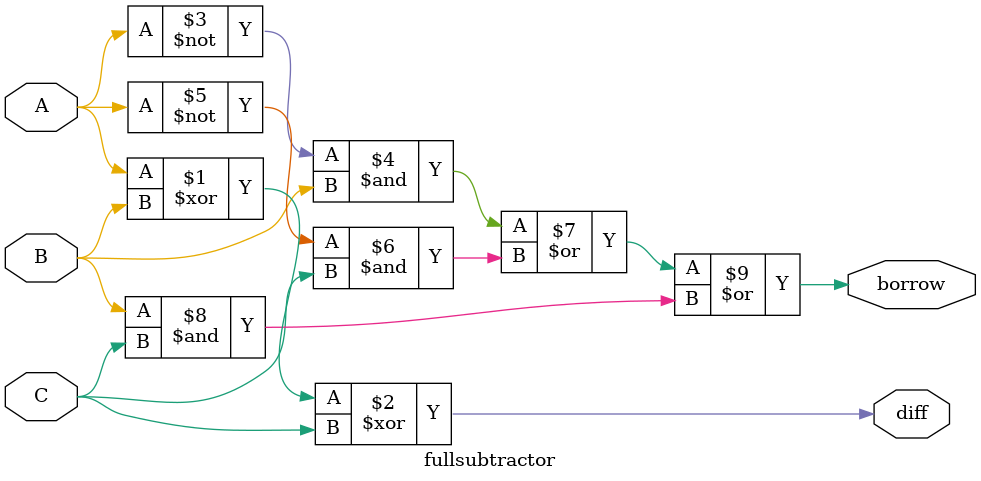
<source format=v>
`timescale 1ns / 1ps

module fullsubtractor(
    input A,
    input B,
    input C,
    output diff,
    output borrow
    );
assign diff=A^B^C;
assign borrow=(~A&B)|(~A&C)|(B&C);

endmodule

</source>
